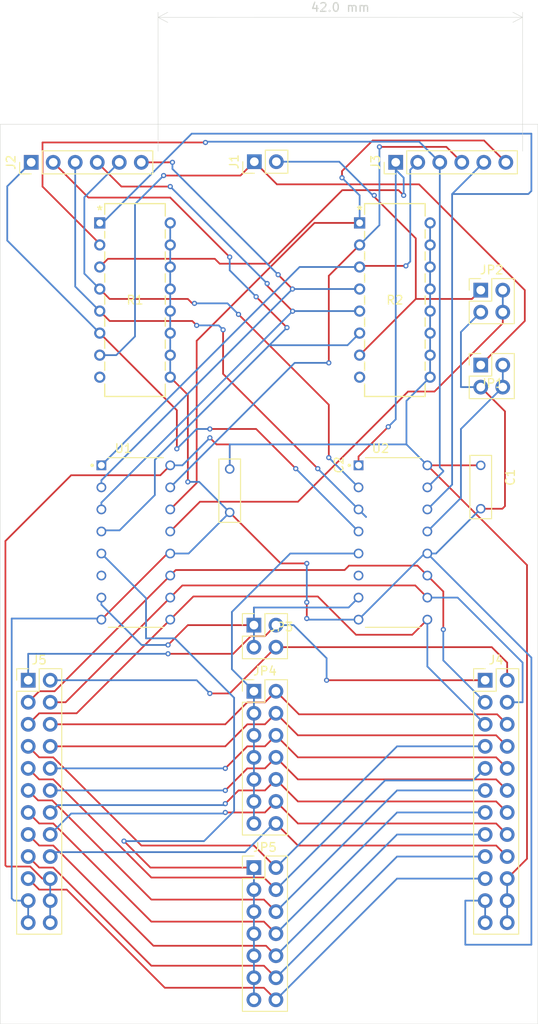
<source format=kicad_pcb>
(kicad_pcb (version 20240108) (generator "pcbnew") (generator_version "8.0")
  (title_block (date "2024-12-09") (rev "0"))
  (layers (0 "F.Cu" signal) (31 "B.Cu" signal) (34 "B.Paste" user) (35 "F.Paste" user) (36 "B.SilkS" user "B.Silkscreen") (37 "F.SilkS" user "F.Silkscreen") (38 "B.Mask" user) (39 "F.Mask" user) (44 "Edge.Cuts" user))
  (net 0 "")
  (net 1 "GND")
  (net 2 "VCC")
  (net 3 "Net-(J1-Pin_2)")
  (net 4 "Net-(J1-Pin_1)")
  (net 5 "Net-(J2-Pin_6)")
  (net 6 "Net-(J2-Pin_3)")
  (net 7 "Net-(J2-Pin_4)")
  (net 8 "Net-(J2-Pin_1)")
  (net 9 "Net-(J2-Pin_2)")
  (net 10 "Net-(J2-Pin_5)")
  (net 11 "Net-(J3-Pin_1)")
  (net 12 "Net-(J3-Pin_5)")
  (net 13 "Net-(J3-Pin_6)")
  (net 14 "Net-(J3-Pin_4)")
  (net 15 "Net-(J3-Pin_2)")
  (net 16 "Net-(J3-Pin_3)")
  (net 17 "Net-(J4-Pin_6)")
  (net 18 "Net-(J4-Pin_12)")
  (net 19 "Net-(J4-Pin_1)")
  (net 20 "Net-(J4-Pin_4)")
  (net 21 "Net-(J4-Pin_8)")
  (net 22 "Net-(J4-Pin_10)")
  (net 23 "Net-(J4-Pin_2)")
  (net 24 "Net-(J4-Pin_14)")
  (net 25 "Net-(J4-Pin_3)")
  (net 26 "Net-(J4-Pin_15)")
  (net 27 "Net-(J4-Pin_18)")
  (net 28 "Net-(J4-Pin_13)")
  (net 29 "Net-(J4-Pin_11)")
  (net 30 "Net-(J4-Pin_9)")
  (net 31 "Net-(J4-Pin_19)")
  (net 32 "Net-(J4-Pin_5)")
  (net 33 "Net-(J4-Pin_17)")
  (net 34 "Net-(J4-Pin_7)")
  (net 35 "Net-(J4-Pin_16)")
  (net 36 "Net-(JP2-Pin_2)")
  (net 37 "Net-(JP1-Pin_2)")
  (net 38 "Net-(JP3-Pin_1)")
  (net 39 "Net-(JP4-Pin_1)")
  (net 40 "Net-(JP5-Pin_1)")
  (footprint "Connector_PinHeader_2.54mm:PinHeader_2x12_P2.54mm_Vertical" (layer "F.Cu") (at 90.805 101.6)
    (property "Reference" "J5")
    (property "Value" "Conn_02x12_Odd_Even" (hide yes))
  )
  (footprint "Connector_PinHeader_2.54mm:PinHeader_1x06_P2.54mm_Vertical" (layer "F.Cu") (at 91.15 41.915 90)
    (property "Reference" "J2")
    (property "Value" "Conn_01x06_Socket" (hide yes))
  )
  (footprint "Connector_PinHeader_2.54mm:PinHeader_2x02_P2.54mm_Vertical" (layer "F.Cu") (at 143.002 56.642)
    (property "Reference" "JP2")
    (property "Value" "Conn_02x02_Odd_Even" (hide yes))
  )
  (footprint "Connector_PinHeader_2.54mm:PinHeader_2x07_P2.54mm_Vertical" (layer "F.Cu") (at 116.84 102.87)
    (property "Reference" "JP4")
    (property "Value" "Conn_02x07_Odd_Even" (hide yes))
  )
  (footprint "MountingHole:MountingHole_3.2mm_M3" (layer "F.Cu") (at 144.78 48.26)
    (property "Reference" "REF**" (hide yes))
    (property "Value" "MountingHole_3.2mm_M3" (hide yes))
  )
  (footprint "MountingHole:MountingHole_3.2mm_M3" (layer "F.Cu") (at 92.075 137.16)
    (property "Reference" "REF**" (hide yes))
    (property "Value" "MountingHole_3.2mm_M3" (hide yes))
  )
  (footprint "Connector_PinHeader_2.54mm:PinHeader_2x02_P2.54mm_Vertical" (layer "F.Cu") (at 116.84 95.25)
    (property "Reference" "JP3")
    (property "Value" "Conn_02x02_Odd_Even" (hide yes))
  )
  (footprint "Connector_PinHeader_2.54mm:PinHeader_2x02_P2.54mm_Vertical" (layer "F.Cu") (at 143.002 65.278)
    (property "Reference" "JP1")
    (property "Value" "Conn_02x02_Odd_Even" (hide yes))
  )
  (footprint "4116R_1_102LF:BO_4116R" (layer "F.Cu") (at 99.06 48.895)
    (property "Reference" "R1")
    (property "Value" "1 KOhm" (hide yes))
  )
  (footprint "B32529C0102K289:CAPRR500W50L730T250H650" (layer "F.Cu") (at 143.002 79.335 -90)
    (property "Reference" "C1")
    (property "Value" "C" (hide yes))
  )
  (footprint "Connector_PinHeader_2.54mm:PinHeader_1x06_P2.54mm_Vertical" (layer "F.Cu") (at 133.195 41.91 90)
    (property "Reference" "J3")
    (property "Value" "Conn_01x06_Socket" (hide yes))
  )
  (footprint "4116R_1_472LF:BO_4116R" (layer "F.Cu") (at 129.032 48.895)
    (property "Reference" "R2")
    (property "Value" "4.7 KOhm" (hide yes))
  )
  (footprint "MountingHole:MountingHole_3.2mm_M3" (layer "F.Cu") (at 92.075 48.26)
    (property "Reference" "REF**" (hide yes))
    (property "Value" "MountingHole_3.2mm_M3" (hide yes))
  )
  (footprint "Connector_PinHeader_2.54mm:PinHeader_1x02_P2.54mm_Vertical" (layer "F.Cu") (at 116.885 41.84 90)
    (property "Reference" "J1")
    (property "Value" "Conn_01x02_Socket" (hide yes))
  )
  (footprint "B32529C0102K289:CAPRR500W50L730T250H650" (layer "F.Cu") (at 114.046 79.756 -90)
    (property "Reference" "C2")
    (property "Value" "C" (hide yes))
  )
  (footprint "CD74HCT251E:DIP794W45P254L1969H508Q16" (layer "F.Cu") (at 103.218 85.725)
    (property "Reference" "U1")
    (property "Value" "CD74HCT251E" (hide yes))
  )
  (footprint "MountingHole:MountingHole_3.2mm_M3" (layer "F.Cu") (at 144.78 137.16)
    (property "Reference" "REF**" (hide yes))
    (property "Value" "MountingHole_3.2mm_M3" (hide yes))
  )
  (footprint "Connector_PinHeader_2.54mm:PinHeader_2x12_P2.54mm_Vertical" (layer "F.Cu") (at 143.51 101.6)
    (property "Reference" "J4")
    (property "Value" "Conn_02x12_Odd_Even" (hide yes))
  )
  (footprint "Connector_PinHeader_2.54mm:PinHeader_2x07_P2.54mm_Vertical" (layer "F.Cu") (at 116.84 123.19)
    (property "Reference" "JP5")
    (property "Value" "Conn_02x07_Odd_Even" (hide yes))
  )
  (footprint "CD74HCT251E:DIP794W45P254L1969H508Q16" (layer "F.Cu") (at 132.875 85.725)
    (property "Reference" "U2")
    (property "Value" "CD74HCT251E" (hide yes))
  )
  (gr_rect (start 87.578 37.527) (end 149.591 141.21) (stroke (width 0.05)) (fill none) (layer "Edge.Cuts"))
  (dimension (type aligned) (layer "Edge.Cuts") (pts (xy 105.784538 41.134) (xy 147.829538 41.129)) (height -15.92886) (gr_text "42.0 mm" (at 126.805007 24.05264 0.006813625787) (layer "Edge.Cuts") (effects (font (size 1 1) (thickness 0.15)))) (format (prefix "") (suffix "") (units 3) (units_format 1) (precision 1)) (style (thickness 0.05) (arrow_length 1.27) (text_position_mode 0) (extension_height 0.58642) (extension_offset 0.5) keep_text_aligned))
  (segment (start 122.936 94.488) (end 122.936 92.618) (width 0.2) (layer "F.Cu") (net 1))
  (segment (start 145.796 81.534) (end 145.796 70.612) (width 0.2) (layer "F.Cu") (net 1))
  (segment (start 143.002 81.835) (end 145.495 81.835) (width 0.2) (layer "F.Cu") (net 1))
  (segment (start 145.796 70.612) (end 143.002 67.818) (width 0.2) (layer "F.Cu") (net 1))
  (segment (start 122.936 88.138) (end 119.928 88.138) (width 0.2) (layer "F.Cu") (net 1))
  (segment (start 145.495 81.835) (end 145.796 81.534) (width 0.2) (layer "F.Cu") (net 1))
  (segment (start 106.868 86.995) (end 107.188 86.995) (width 0.2) (layer "F.Cu") (net 1))
  (segment (start 109.22 68.707) (end 107.188 66.675) (width 0.2) (layer "F.Cu") (net 1))
  (segment (start 99.248 94.615) (end 106.868 86.995) (width 0.2) (layer "F.Cu") (net 1))
  (segment (start 119.928 88.138) (end 114.046 82.256) (width 0.2) (layer "F.Cu") (net 1))
  (segment (start 109.22 78.74) (end 109.22 68.707) (width 0.2) (layer "F.Cu") (net 1))
  (via (at 122.936 92.618) (size 0.6) (drill 0.3) (layers "F.Cu" "B.Cu") (net 1))
  (via (at 122.936 94.488) (size 0.6) (drill 0.3) (layers "F.Cu" "B.Cu") (net 1))
  (via (at 122.936 88.138) (size 0.6) (drill 0.3) (layers "F.Cu" "B.Cu") (net 1))
  (via (at 109.22 78.74) (size 0.6) (drill 0.3) (layers "F.Cu" "B.Cu") (net 1))
  (segment (start 110.53 78.74) (end 109.22 78.74) (width 0.2) (layer "B.Cu") (net 1))
  (segment (start 88.9 126.746) (end 88.9 94.488) (width 0.2) (layer "B.Cu") (net 1))
  (segment (start 140.716 67.818) (end 140.716 61.468) (width 0.2) (layer "B.Cu") (net 1))
  (segment (start 90.805 127) (end 89.154 127) (width 0.2) (layer "B.Cu") (net 1))
  (segment (start 109.307 86.995) (end 114.046 82.256) (width 0.2) (layer "B.Cu") (net 1))
  (segment (start 123.063 94.615) (end 122.936 94.488) (width 0.2) (layer "B.Cu") (net 1))
  (segment (start 141.224 127) (end 141.224 132.08) (width 0.2) (layer "B.Cu") (net 1))
  (segment (start 88.9 94.488) (end 99.121 94.488) (width 0.2) (layer "B.Cu") (net 1))
  (segment (start 107.188 66.675) (end 107.188 64.135) (width 0.2) (layer "B.Cu") (net 1))
  (segment (start 99.121 94.488) (end 99.248 94.615) (width 0.2) (layer "B.Cu") (net 1))
  (segment (start 143.002 67.818) (end 140.716 67.818) (width 0.2) (layer "B.Cu") (net 1))
  (segment (start 141.224 132.08) (end 148.844 132.08) (width 0.2) (layer "B.Cu") (net 1))
  (segment (start 107.188 59.055) (end 107.188 61.595) (width 0.2) (layer "B.Cu") (net 1))
  (segment (start 137.842 86.995) (end 143.002 81.835) (width 0.2) (layer "B.Cu") (net 1))
  (segment (start 136.845 86.995) (end 137.842 86.995) (width 0.2) (layer "B.Cu") (net 1))
  (segment (start 89.154 127) (end 88.9 126.746) (width 0.2) (layer "B.Cu") (net 1))
  (segment (start 114.046 82.256) (end 110.53 78.74) (width 0.2) (layer "B.Cu") (net 1))
  (segment (start 148.844 98.994) (end 136.845 86.995) (width 0.2) (layer "B.Cu") (net 1))
  (segment (start 128.905 94.615) (end 123.063 94.615) (width 0.2) (layer "B.Cu") (net 1))
  (segment (start 128.905 94.615) (end 136.525 86.995) (width 0.2) (layer "B.Cu") (net 1))
  (segment (start 148.844 132.08) (end 148.844 98.994) (width 0.2) (layer "B.Cu") (net 1))
  (segment (start 107.188 51.435) (end 107.188 48.895) (width 0.2) (layer "B.Cu") (net 1))
  (segment (start 107.188 56.515) (end 107.188 59.055) (width 0.2) (layer "B.Cu") (net 1))
  (segment (start 107.188 53.975) (end 107.188 51.435) (width 0.2) (layer "B.Cu") (net 1))
  (segment (start 122.936 92.618) (end 122.936 88.138) (width 0.2) (layer "B.Cu") (net 1))
  (segment (start 107.188 56.515) (end 107.188 53.975) (width 0.2) (layer "B.Cu") (net 1))
  (segment (start 107.188 86.995) (end 109.307 86.995) (width 0.2) (layer "B.Cu") (net 1))
  (segment (start 107.188 64.135) (end 107.188 61.595) (width 0.2) (layer "B.Cu") (net 1))
  (segment (start 136.525 86.995) (end 136.845 86.995) (width 0.2) (layer "B.Cu") (net 1))
  (segment (start 143.51 129.54) (end 143.51 127) (width 0.2) (layer "B.Cu") (net 1))
  (segment (start 90.805 129.54) (end 90.805 127) (width 0.2) (layer "B.Cu") (net 1))
  (segment (start 140.716 61.468) (end 143.002 59.182) (width 0.2) (layer "B.Cu") (net 1))
  (segment (start 143.51 127) (end 141.224 127) (width 0.2) (layer "B.Cu") (net 1))
  (segment (start 91.041346 123.07) (end 88.312 123.07) (width 0.2) (layer "F.Cu") (net 2))
  (segment (start 136.845 76.835) (end 143.002 76.835) (width 0.2) (layer "F.Cu") (net 2))
  (segment (start 148.336 122.174) (end 148.336 88.326) (width 0.2) (layer "F.Cu") (net 2))
  (segment (start 114.046 74.422) (end 114.046 77.256) (width 0.2) (layer "F.Cu") (net 2))
  (segment (start 88.178 122.936) (end 88.178 85.558) (width 0.2) (layer "F.Cu") (net 2))
  (segment (start 146.05 124.46) (end 148.336 122.174) (width 0.2) (layer "F.Cu") (net 2))
  (segment (start 95.758 77.978) (end 106.045 77.978) (width 0.2) (layer "F.Cu") (net 2))
  (segment (start 111.76 73.66) (end 112.522 74.422) (width 0.2) (layer "F.Cu") (net 2))
  (segment (start 148.336 88.326) (end 136.845 76.835) (width 0.2) (layer "F.Cu") (net 2))
  (segment (start 88.312 123.07) (end 88.178 122.936) (width 0.2) (layer "F.Cu") (net 2))
  (segment (start 88.178 85.558) (end 95.758 77.978) (width 0.2) (layer "F.Cu") (net 2))
  (segment (start 112.522 74.422) (end 114.046 74.422) (width 0.2) (layer "F.Cu") (net 2))
  (segment (start 92.431346 124.46) (end 91.041346 123.07) (width 0.2) (layer "F.Cu") (net 2))
  (segment (start 93.345 124.46) (end 92.431346 124.46) (width 0.2) (layer "F.Cu") (net 2))
  (segment (start 106.045 77.978) (end 107.188 76.835) (width 0.2) (layer "F.Cu") (net 2))
  (via (at 111.76 73.66) (size 0.6) (drill 0.3) (layers "F.Cu" "B.Cu") (net 2))
  (segment (start 93.345 129.54) (end 93.345 127) (width 0.2) (layer "B.Cu") (net 2))
  (segment (start 137.16 66.675) (end 137.16 64.135) (width 0.2) (layer "B.Cu") (net 2))
  (segment (start 114.046 77.256) (end 114.046 74.422) (width 0.2) (layer "B.Cu") (net 2))
  (segment (start 134.432 74.422) (end 136.845 76.835) (width 0.2) (layer "B.Cu") (net 2))
  (segment (start 146.05 129.54) (end 146.05 127) (width 0.2) (layer "B.Cu") (net 2))
  (segment (start 137.16 53.975) (end 137.16 51.435) (width 0.2) (layer "B.Cu") (net 2))
  (segment (start 137.16 51.435) (end 137.16 48.895) (width 0.2) (layer "B.Cu") (net 2))
  (segment (start 107.188 76.835) (end 108.585 76.835) (width 0.2) (layer "B.Cu") (net 2))
  (segment (start 134.432 74.422) (end 134.432 69.403) (width 0.2) (layer "B.Cu") (net 2))
  (segment (start 137.16 61.595) (end 137.16 59.055) (width 0.2) (layer "B.Cu") (net 2))
  (segment (start 93.345 127) (end 93.345 124.46) (width 0.2) (layer "B.Cu") (net 2))
  (segment (start 137.16 59.055) (end 137.16 56.515) (width 0.2) (layer "B.Cu") (net 2))
  (segment (start 134.432 69.403) (end 137.16 66.675) (width 0.2) (layer "B.Cu") (net 2))
  (segment (start 108.585 76.835) (end 111.76 73.66) (width 0.2) (layer "B.Cu") (net 2))
  (segment (start 137.16 64.135) (end 137.16 61.595) (width 0.2) (layer "B.Cu") (net 2))
  (segment (start 146.05 127) (end 146.05 124.46) (width 0.2) (layer "B.Cu") (net 2))
  (segment (start 114.046 74.422) (end 134.432 74.422) (width 0.2) (layer "B.Cu") (net 2))
  (segment (start 137.16 56.515) (end 137.16 53.975) (width 0.2) (layer "B.Cu") (net 2))
  (segment (start 130.718 45.882) (end 135.509 50.673) (width 0.2) (layer "F.Cu") (net 3))
  (segment (start 135.509 57.658) (end 129.032 64.135) (width 0.2) (layer "F.Cu") (net 3))
  (segment (start 141.986 57.658) (end 135.509 57.658) (width 0.2) (layer "F.Cu") (net 3))
  (segment (start 130.718 45.72) (end 130.718 45.882) (width 0.2) (layer "F.Cu") (net 3))
  (segment (start 135.509 50.673) (end 135.509 57.658) (width 0.2) (layer "F.Cu") (net 3))
  (segment (start 143.002 56.642) (end 141.986 57.658) (width 0.2) (layer "F.Cu") (net 3))
  (via (at 130.718 45.72) (size 0.6) (drill 0.3) (layers "F.Cu" "B.Cu") (net 3))
  (segment (start 126.676 41.84) (end 119.425 41.84) (width 0.2) (layer "B.Cu") (net 3))
  (segment (start 130.556 45.72) (end 126.676 41.84) (width 0.2) (layer "B.Cu") (net 3))
  (segment (start 130.718 45.72) (end 130.556 45.72) (width 0.2) (layer "B.Cu") (net 3))
  (segment (start 115.291 43.434) (end 116.885 41.84) (width 0.2) (layer "F.Cu") (net 4))
  (segment (start 119.495 44.45) (end 116.885 41.84) (width 0.2) (layer "F.Cu") (net 4))
  (segment (start 143.002 65.278) (end 148.082 60.198) (width 0.2) (layer "F.Cu") (net 4))
  (segment (start 135.89 44.45) (end 119.495 44.45) (width 0.2) (layer "F.Cu") (net 4))
  (segment (start 106.426 43.434) (end 115.291 43.434) (width 0.2) (layer "F.Cu") (net 4))
  (segment (start 148.082 56.642) (end 135.89 44.45) (width 0.2) (layer "F.Cu") (net 4))
  (segment (start 148.082 60.198) (end 148.082 56.642) (width 0.2) (layer "F.Cu") (net 4))
  (via (at 106.426 43.434) (size 0.6) (drill 0.3) (layers "F.Cu" "B.Cu") (net 4))
  (segment (start 100.965 64.135) (end 103.124 61.976) (width 0.2) (layer "B.Cu") (net 4))
  (segment (start 103.124 46.736) (end 106.426 43.434) (width 0.2) (layer "B.Cu") (net 4))
  (segment (start 103.124 61.976) (end 103.124 46.736) (width 0.2) (layer "B.Cu") (net 4))
  (segment (start 99.06 64.135) (end 100.965 64.135) (width 0.2) (layer "B.Cu") (net 4))
  (segment (start 106.934 41.91) (end 106.929 41.915) (width 0.2) (layer "F.Cu") (net 5))
  (segment (start 107.442 41.91) (end 106.934 41.91) (width 0.2) (layer "F.Cu") (net 5))
  (segment (start 106.929 41.915) (end 103.85 41.915) (width 0.2) (layer "F.Cu") (net 5))
  (segment (start 121.285 56.515) (end 119.634 54.864) (width 0.2) (layer "F.Cu") (net 5))
  (via (at 121.285 56.515) (size 0.6) (drill 0.3) (layers "F.Cu" "B.Cu") (net 5))
  (via (at 119.634 54.864) (size 0.6) (drill 0.3) (layers "F.Cu" "B.Cu") (net 5))
  (via (at 107.442 41.91) (size 0.6) (drill 0.3) (layers "F.Cu" "B.Cu") (net 5))
  (segment (start 119.634 54.864) (end 107.442 42.672) (width 0.2) (layer "B.Cu") (net 5))
  (segment (start 99.248 79.375) (end 99.248 78.552) (width 0.2) (layer "B.Cu") (net 5))
  (segment (start 107.442 42.672) (end 107.442 41.91) (width 0.2) (layer "B.Cu") (net 5))
  (segment (start 99.248 78.552) (end 121.285 56.515) (width 0.2) (layer "B.Cu") (net 5))
  (segment (start 121.285 56.515) (end 129.032 56.515) (width 0.2) (layer "B.Cu") (net 5))
  (segment (start 124.206 77.216) (end 113.284 66.294) (width 0.2) (layer "F.Cu") (net 6))
  (segment (start 100.203 60.198) (end 99.06 59.055) (width 0.2) (layer "F.Cu") (net 6))
  (segment (start 113.284 66.294) (end 113.284 61.214) (width 0.2) (layer "F.Cu") (net 6))
  (segment (start 110.236 60.706) (end 109.728 60.198) (width 0.2) (layer "F.Cu") (net 6))
  (segment (start 109.728 60.198) (end 100.203 60.198) (width 0.2) (layer "F.Cu") (net 6))
  (via (at 110.236 60.706) (size 0.6) (drill 0.3) (layers "F.Cu" "B.Cu") (net 6))
  (via (at 124.206 77.216) (size 0.6) (drill 0.3) (layers "F.Cu" "B.Cu") (net 6))
  (via (at 113.284 61.214) (size 0.6) (drill 0.3) (layers "F.Cu" "B.Cu") (net 6))
  (segment (start 112.776 60.706) (end 110.236 60.706) (width 0.2) (layer "B.Cu") (net 6))
  (segment (start 96.23 56.225) (end 99.06 59.055) (width 0.2) (layer "B.Cu") (net 6))
  (segment (start 128.905 81.915) (end 129.77 82.78) (width 0.2) (layer "B.Cu") (net 6))
  (segment (start 113.284 61.214) (end 112.776 60.706) (width 0.2) (layer "B.Cu") (net 6))
  (segment (start 96.23 41.915) (end 96.23 56.225) (width 0.2) (layer "B.Cu") (net 6))
  (segment (start 129.77 82.78) (end 124.206 77.216) (width 0.2) (layer "B.Cu") (net 6))
  (segment (start 101.559 44.704) (end 98.77 41.915) (width 0.2) (layer "F.Cu") (net 7))
  (segment (start 107.188 44.704) (end 101.559 44.704) (width 0.2) (layer "F.Cu") (net 7))
  (segment (start 118.364 56.134) (end 118.364 55.88) (width 0.2) (layer "F.Cu") (net 7))
  (segment (start 121.30025 59.07025) (end 118.364 56.134) (width 0.2) (layer "F.Cu") (net 7))
  (via (at 107.188 44.704) (size 0.6) (drill 0.3) (layers "F.Cu" "B.Cu") (net 7))
  (via (at 118.364 55.88) (size 0.6) (drill 0.3) (layers "F.Cu" "B.Cu") (net 7))
  (via (at 121.30025 59.07025) (size 0.6) (drill 0.3) (layers "F.Cu" "B.Cu") (net 7))
  (segment (start 99.248 81.1225) (end 121.30025 59.07025) (width 0.2) (layer "B.Cu") (net 7))
  (segment (start 121.30025 59.07025) (end 121.3155 59.055) (width 0.2) (layer "B.Cu") (net 7))
  (segment (start 121.3155 59.055) (end 129.032 59.055) (width 0.2) (layer "B.Cu") (net 7))
  (segment (start 118.364 55.88) (end 107.188 44.704) (width 0.2) (layer "B.Cu") (net 7))
  (segment (start 99.248 81.915) (end 99.248 81.1225) (width 0.2) (layer "B.Cu") (net 7))
  (segment (start 107.95 74.93) (end 107.95 70.485) (width 0.2) (layer "F.Cu") (net 8))
  (segment (start 107.95 70.485) (end 99.06 61.595) (width 0.2) (layer "F.Cu") (net 8))
  (segment (start 121.666 77.216) (end 117.094 72.644) (width 0.2) (layer "F.Cu") (net 8))
  (segment (start 117.094 72.644) (end 111.76 72.644) (width 0.2) (layer "F.Cu") (net 8))
  (via (at 121.666 77.216) (size 0.6) (drill 0.3) (layers "F.Cu" "B.Cu") (net 8))
  (via (at 107.95 74.93) (size 0.6) (drill 0.3) (layers "F.Cu" "B.Cu") (net 8))
  (via (at 111.76 72.644) (size 0.6) (drill 0.3) (layers "F.Cu" "B.Cu") (net 8))
  (segment (start 91.15 41.915) (end 88.392 44.673) (width 0.2) (layer "B.Cu") (net 8))
  (segment (start 110.236 72.644) (end 107.95 74.93) (width 0.2) (layer "B.Cu") (net 8))
  (segment (start 88.392 44.673) (end 88.392 50.927) (width 0.2) (layer "B.Cu") (net 8))
  (segment (start 128.905 84.455) (end 121.666 77.216) (width 0.2) (layer "B.Cu") (net 8))
  (segment (start 88.392 50.927) (end 99.06 61.595) (width 0.2) (layer "B.Cu") (net 8))
  (segment (start 111.76 72.644) (end 110.236 72.644) (width 0.2) (layer "B.Cu") (net 8))
  (segment (start 97.749 45.974) (end 93.69 41.915) (width 0.2) (layer "F.Cu") (net 9))
  (segment (start 117.094 57.404) (end 120.65 60.96) (width 0.2) (layer "F.Cu") (net 9))
  (segment (start 107.188 45.974) (end 97.749 45.974) (width 0.2) (layer "F.Cu") (net 9))
  (segment (start 114.046 52.832) (end 107.188 45.974) (width 0.2) (layer "F.Cu") (net 9))
  (via (at 120.65 60.96) (size 0.6) (drill 0.3) (layers "F.Cu" "B.Cu") (net 9))
  (via (at 117.094 57.404) (size 0.6) (drill 0.3) (layers "F.Cu" "B.Cu") (net 9))
  (via (at 114.046 52.832) (size 0.6) (drill 0.3) (layers "F.Cu" "B.Cu") (net 9))
  (segment (start 114.046 54.356) (end 117.094 57.404) (width 0.2) (layer "B.Cu") (net 9))
  (segment (start 120.65 60.96) (end 118.618 62.992) (width 0.2) (layer "B.Cu") (net 9))
  (segment (start 99.375 84.328) (end 101.346 84.328) (width 0.2) (layer "B.Cu") (net 9))
  (segment (start 105.41 80.264) (end 105.41 76.2) (width 0.2) (layer "B.Cu") (net 9))
  (segment (start 127.635 62.992) (end 129.032 61.595) (width 0.2) (layer "B.Cu") (net 9))
  (segment (start 101.346 84.328) (end 105.41 80.264) (width 0.2) (layer "B.Cu") (net 9))
  (segment (start 99.248 84.455) (end 99.375 84.328) (width 0.2) (layer "B.Cu") (net 9))
  (segment (start 118.618 62.992) (end 127.635 62.992) (width 0.2) (layer "B.Cu") (net 9))
  (segment (start 114.046 52.832) (end 114.046 54.356) (width 0.2) (layer "B.Cu") (net 9))
  (segment (start 105.41 76.2) (end 118.618 62.992) (width 0.2) (layer "B.Cu") (net 9))
  (segment (start 109.982 58.166) (end 109.728 58.166) (width 0.2) (layer "F.Cu") (net 10))
  (segment (start 100.203 57.658) (end 99.06 56.515) (width 0.2) (layer "F.Cu") (net 10))
  (segment (start 109.22 57.658) (end 100.203 57.658) (width 0.2) (layer "F.Cu") (net 10))
  (segment (start 109.728 58.166) (end 109.22 57.658) (width 0.2) (layer "F.Cu") (net 10))
  (segment (start 125.476 69.85) (end 115.062 59.436) (width 0.2) (layer "F.Cu") (net 10))
  (segment (start 125.476 75.946) (end 125.476 69.85) (width 0.2) (layer "F.Cu") (net 10))
  (via (at 109.982 58.166) (size 0.6) (drill 0.3) (layers "F.Cu" "B.Cu") (net 10))
  (via (at 125.476 75.946) (size 0.6) (drill 0.3) (layers "F.Cu" "B.Cu") (net 10))
  (via (at 115.062 59.436) (size 0.6) (drill 0.3) (layers "F.Cu" "B.Cu") (net 10))
  (segment (start 113.792 58.166) (end 109.982 58.166) (width 0.2) (layer "B.Cu") (net 10))
  (segment (start 128.905 79.375) (end 125.476 75.946) (width 0.2) (layer "B.Cu") (net 10))
  (segment (start 97.282 54.737) (end 97.282 45.943) (width 0.2) (layer "B.Cu") (net 10))
  (segment (start 97.282 45.943) (end 101.31 41.915) (width 0.2) (layer "B.Cu") (net 10))
  (segment (start 115.062 59.436) (end 113.792 58.166) (width 0.2) (layer "B.Cu") (net 10))
  (segment (start 99.06 56.515) (end 97.282 54.737) (width 0.2) (layer "B.Cu") (net 10))
  (segment (start 99.06 53.975) (end 100.0077 53.0273) (width 0.2) (layer "F.Cu") (net 11))
  (segment (start 100.0077 53.0273) (end 112.3267 53.0273) (width 0.2) (layer "F.Cu") (net 11))
  (segment (start 128.905 76.835) (end 128.905 75.819) (width 0.2) (layer "F.Cu") (net 11))
  (segment (start 118.560314 53.594) (end 127.034314 45.12) (width 0.2) (layer "F.Cu") (net 11))
  (segment (start 133.512 45.12) (end 134.112 45.72) (width 0.2) (layer "F.Cu") (net 11))
  (segment (start 127.034314 45.12) (end 133.512 45.12) (width 0.2) (layer "F.Cu") (net 11))
  (segment (start 112.8934 53.594) (end 118.560314 53.594) (width 0.2) (layer "F.Cu") (net 11))
  (segment (start 112.3267 53.0273) (end 112.8934 53.594) (width 0.2) (layer "F.Cu") (net 11))
  (segment (start 128.905 75.819) (end 132.334 72.39) (width 0.2) (layer "F.Cu") (net 11))
  (via (at 132.334 72.39) (size 0.6) (drill 0.3) (layers "F.Cu" "B.Cu") (net 11))
  (via (at 134.112 45.72) (size 0.6) (drill 0.3) (layers "F.Cu" "B.Cu") (net 11))
  (segment (start 132.334 72.39) (end 133.195 71.529) (width 0.2) (layer "B.Cu") (net 11))
  (segment (start 133.195 71.529) (end 133.195 41.91) (width 0.2) (layer "B.Cu") (net 11))
  (segment (start 133.195 42.771) (end 133.195 41.91) (width 0.2) (layer "B.Cu") (net 11))
  (segment (start 134.112 43.688) (end 133.195 42.771) (width 0.2) (layer "B.Cu") (net 11))
  (segment (start 134.112 45.72) (end 134.112 43.688) (width 0.2) (layer "B.Cu") (net 11))
  (segment (start 139.7 45.565) (end 148.491 45.565) (width 0.2) (layer "B.Cu") (net 12))
  (segment (start 109.6645 38.608) (end 99.3775 48.895) (width 0.2) (layer "B.Cu") (net 12))
  (segment (start 139.7 79.06) (end 139.7 45.565) (width 0.2) (layer "B.Cu") (net 12))
  (segment (start 136.845 81.915) (end 139.7 79.06) (width 0.2) (layer "B.Cu") (net 12))
  (segment (start 148.844 38.608) (end 109.6645 38.608) (width 0.2) (layer "B.Cu") (net 12))
  (segment (start 148.844 45.212) (end 148.844 38.608) (width 0.2) (layer "B.Cu") (net 12))
  (segment (start 99.3775 48.895) (end 99.06 48.895) (width 0.2) (layer "B.Cu") (net 12))
  (segment (start 139.7 45.565) (end 143.355 41.91) (width 0.2) (layer "B.Cu") (net 12))
  (segment (start 148.491 45.565) (end 148.844 45.212) (width 0.2) (layer "B.Cu") (net 12))
  (segment (start 127 42.926) (end 130.529 39.397) (width 0.2) (layer "F.Cu") (net 13))
  (segment (start 107.188 81.915) (end 110.236 78.867) (width 0.2) (layer "F.Cu") (net 13))
  (segment (start 130.529 39.397) (end 143.382 39.397) (width 0.2) (layer "F.Cu") (net 13))
  (segment (start 127 43.688) (end 127 42.926) (width 0.2) (layer "F.Cu") (net 13))
  (segment (start 110.236 78.867) (end 110.236 62.484) (width 0.2) (layer "F.Cu") (net 13))
  (segment (start 143.382 39.397) (end 145.895 41.91) (width 0.2) (layer "F.Cu") (net 13))
  (segment (start 110.236 62.484) (end 123.825 48.895) (width 0.2) (layer "F.Cu") (net 13))
  (segment (start 123.825 48.895) (end 129.032 48.895) (width 0.2) (layer "F.Cu") (net 13))
  (via (at 127 43.688) (size 0.6) (drill 0.3) (layers "F.Cu" "B.Cu") (net 13))
  (segment (start 129.032 45.72) (end 127 43.688) (width 0.2) (layer "B.Cu") (net 13))
  (segment (start 129.032 48.895) (end 129.032 45.72) (width 0.2) (layer "B.Cu") (net 13))
  (segment (start 125.476 54.991) (end 129.032 51.435) (width 0.2) (layer "F.Cu") (net 14))
  (segment (start 139.037 40.132) (end 140.815 41.91) (width 0.2) (layer "F.Cu") (net 14))
  (segment (start 131.318 40.132) (end 139.037 40.132) (width 0.2) (layer "F.Cu") (net 14))
  (segment (start 125.476 65.024) (end 125.476 54.991) (width 0.2) (layer "F.Cu") (net 14))
  (via (at 131.318 40.132) (size 0.6) (drill 0.3) (layers "F.Cu" "B.Cu") (net 14))
  (via (at 125.476 65.024) (size 0.6) (drill 0.3) (layers "F.Cu" "B.Cu") (net 14))
  (segment (start 131.318 49.149) (end 131.318 40.132) (width 0.2) (layer "B.Cu") (net 14))
  (segment (start 107.188 79.375) (end 121.539 65.024) (width 0.2) (layer "B.Cu") (net 14))
  (segment (start 129.032 51.435) (end 131.318 49.149) (width 0.2) (layer "B.Cu") (net 14))
  (segment (start 121.539 65.024) (end 125.476 65.024) (width 0.2) (layer "B.Cu") (net 14))
  (segment (start 129.159 53.848) (end 134.366 53.848) (width 0.2) (layer "F.Cu") (net 15))
  (via (at 134.366 53.848) (size 0.6) (drill 0.3) (layers "F.Cu" "B.Cu") (net 15))
  (segment (start 134.874 42.771) (end 135.735 41.91) (width 0.2) (layer "B.Cu") (net 15))
  (segment (start 134.874 53.34) (end 134.874 42.771) (width 0.2) (layer "B.Cu") (net 15))
  (segment (start 122.108 53.975) (end 129.032 53.975) (width 0.2) (layer "B.Cu") (net 15))
  (segment (start 99.248 76.835) (end 122.108 53.975) (width 0.2) (layer "B.Cu") (net 15))
  (segment (start 134.366 53.848) (end 134.874 53.34) (width 0.2) (layer "B.Cu") (net 15))
  (segment (start 92.456 39.624) (end 92.456 44.704) (width 0.2) (layer "F.Cu") (net 16))
  (segment (start 92.456 44.704) (end 99.06 51.308) (width 0.2) (layer "F.Cu") (net 16))
  (segment (start 99.06 51.308) (end 99.06 51.435) (width 0.2) (layer "F.Cu") (net 16))
  (segment (start 111.252 39.624) (end 92.456 39.624) (width 0.2) (layer "F.Cu") (net 16))
  (via (at 111.252 39.624) (size 0.6) (drill 0.3) (layers "F.Cu" "B.Cu") (net 16))
  (segment (start 138.684 77.536) (end 138.684 77.47) (width 0.2) (layer "B.Cu") (net 16))
  (segment (start 138.275 41.91) (end 135.897 39.532) (width 0.2) (layer "B.Cu") (net 16))
  (segment (start 136.845 79.375) (end 138.684 77.536) (width 0.2) (layer "B.Cu") (net 16))
  (segment (start 138.275 77.061) (end 138.275 41.91) (width 0.2) (layer "B.Cu") (net 16))
  (segment (start 111.344 39.532) (end 111.252 39.624) (width 0.2) (layer "B.Cu") (net 16))
  (segment (start 138.684 77.47) (end 138.275 77.061) (width 0.2) (layer "B.Cu") (net 16))
  (segment (start 135.897 39.532) (end 111.344 39.532) (width 0.2) (layer "B.Cu") (net 16))
  (segment (start 113.538 106.68) (end 116.078 104.14) (width 0.2) (layer "F.Cu") (net 17))
  (segment (start 113.538 106.68) (end 93.345 106.68) (width 0.2) (layer "F.Cu") (net 17))
  (segment (start 118.11 104.14) (end 119.38 102.87) (width 0.2) (layer "F.Cu") (net 17))
  (segment (start 119.38 102.87) (end 122.04 105.53) (width 0.2) (layer "F.Cu") (net 17))
  (segment (start 122.04 105.53) (end 144.9 105.53) (width 0.2) (layer "F.Cu") (net 17))
  (segment (start 116.078 104.14) (end 118.11 104.14) (width 0.2) (layer "F.Cu") (net 17))
  (segment (start 144.9 105.53) (end 146.05 106.68) (width 0.2) (layer "F.Cu") (net 17))
  (segment (start 119.38 110.49) (end 121.92 113.03) (width 0.2) (layer "F.Cu") (net 18))
  (segment (start 118.11 111.76) (end 119.38 110.49) (width 0.2) (layer "F.Cu") (net 18))
  (segment (start 144.78 113.03) (end 146.05 114.3) (width 0.2) (layer "F.Cu") (net 18))
  (segment (start 113.538 114.3) (end 116.078 111.76) (width 0.2) (layer "F.Cu") (net 18))
  (segment (start 121.92 113.03) (end 144.78 113.03) (width 0.2) (layer "F.Cu") (net 18))
  (segment (start 116.078 111.76) (end 118.11 111.76) (width 0.2) (layer "F.Cu") (net 18))
  (via (at 113.538 114.3) (size 0.6) (drill 0.3) (layers "F.Cu" "B.Cu") (net 18))
  (segment (start 93.345 114.3) (end 113.538 114.3) (width 0.2) (layer "B.Cu") (net 18))
  (segment (start 106.934 98.552) (end 114.451654 98.552) (width 0.2) (layer "F.Cu") (net 19))
  (segment (start 143.51 101.6) (end 125.222 101.6) (width 0.2) (layer "F.Cu") (net 19))
  (segment (start 114.451654 98.552) (end 116.483654 96.52) (width 0.2) (layer "F.Cu") (net 19))
  (segment (start 116.483654 96.52) (end 118.11 96.52) (width 0.2) (layer "F.Cu") (net 19))
  (segment (start 118.11 96.52) (end 119.38 95.25) (width 0.2) (layer "F.Cu") (net 19))
  (via (at 125.222 101.6) (size 0.6) (drill 0.3) (layers "F.Cu" "B.Cu") (net 19))
  (via (at 106.934 98.552) (size 0.6) (drill 0.3) (layers "F.Cu" "B.Cu") (net 19))
  (segment (start 125.222 99.06) (end 121.412 95.25) (width 0.2) (layer "B.Cu") (net 19))
  (segment (start 90.805 98.552) (end 106.934 98.552) (width 0.2) (layer "B.Cu") (net 19))
  (segment (start 121.412 95.25) (end 119.38 95.25) (width 0.2) (layer "B.Cu") (net 19))
  (segment (start 90.805 101.6) (end 90.805 98.552) (width 0.2) (layer "B.Cu") (net 19))
  (segment (start 125.222 101.6) (end 125.222 99.06) (width 0.2) (layer "B.Cu") (net 19))
  (segment (start 107.188 92.075) (end 108.585 90.678) (width 0.2) (layer "F.Cu") (net 20))
  (segment (start 108.585 90.678) (end 135.448 90.678) (width 0.2) (layer "F.Cu") (net 20))
  (segment (start 135.448 90.678) (end 136.845 92.075) (width 0.2) (layer "F.Cu") (net 20))
  (segment (start 95.123 104.14) (end 107.188 92.075) (width 0.2) (layer "F.Cu") (net 20))
  (segment (start 93.345 104.14) (end 95.123 104.14) (width 0.2) (layer "F.Cu") (net 20))
  (segment (start 147.828 99.568) (end 140.335 92.075) (width 0.2) (layer "B.Cu") (net 20))
  (segment (start 146.05 104.14) (end 147.828 104.14) (width 0.2) (layer "B.Cu") (net 20))
  (segment (start 147.828 104.14) (end 147.828 99.568) (width 0.2) (layer "B.Cu") (net 20))
  (segment (start 140.335 92.075) (end 136.845 92.075) (width 0.2) (layer "B.Cu") (net 20))
  (segment (start 116.078 106.68) (end 118.11 106.68) (width 0.2) (layer "F.Cu") (net 21))
  (segment (start 113.538 109.22) (end 116.078 106.68) (width 0.2) (layer "F.Cu") (net 21))
  (segment (start 144.78 107.95) (end 146.05 109.22) (width 0.2) (layer "F.Cu") (net 21))
  (segment (start 113.538 109.22) (end 93.345 109.22) (width 0.2) (layer "F.Cu") (net 21))
  (segment (start 118.11 106.68) (end 119.38 105.41) (width 0.2) (layer "F.Cu") (net 21))
  (segment (start 119.38 105.41) (end 121.92 107.95) (width 0.2) (layer "F.Cu") (net 21))
  (segment (start 121.92 107.95) (end 144.78 107.95) (width 0.2) (layer "F.Cu") (net 21))
  (segment (start 116.078 109.22) (end 118.11 109.22) (width 0.2) (layer "F.Cu") (net 22))
  (segment (start 119.38 107.95) (end 121.92 110.49) (width 0.2) (layer "F.Cu") (net 22))
  (segment (start 113.538 111.76) (end 116.078 109.22) (width 0.2) (layer "F.Cu") (net 22))
  (segment (start 121.92 110.49) (end 144.78 110.49) (width 0.2) (layer "F.Cu") (net 22))
  (segment (start 118.11 109.22) (end 119.38 107.95) (width 0.2) (layer "F.Cu") (net 22))
  (segment (start 144.78 110.49) (end 146.05 111.76) (width 0.2) (layer "F.Cu") (net 22))
  (via (at 113.538 111.76) (size 0.6) (drill 0.3) (layers "F.Cu" "B.Cu") (net 22))
  (segment (start 93.345 111.76) (end 113.538 111.76) (width 0.2) (layer "B.Cu") (net 22))
  (segment (start 146.05 101.6) (end 146.05 99.568) (width 0.2) (layer "F.Cu") (net 23))
  (segment (start 146.05 99.568) (end 144.272 97.79) (width 0.2) (layer "F.Cu") (net 23))
  (segment (start 114.046 103.124) (end 119.38 97.79) (width 0.2) (layer "F.Cu") (net 23))
  (segment (start 144.272 97.79) (end 119.38 97.79) (width 0.2) (layer "F.Cu") (net 23))
  (segment (start 111.76 103.124) (end 114.046 103.124) (width 0.2) (layer "F.Cu") (net 23))
  (via (at 111.76 103.124) (size 0.6) (drill 0.3) (layers "F.Cu" "B.Cu") (net 23))
  (segment (start 93.345 101.6) (end 110.236 101.6) (width 0.2) (layer "B.Cu") (net 23))
  (segment (start 110.236 101.6) (end 111.76 103.124) (width 0.2) (layer "B.Cu") (net 23))
  (segment (start 146.05 101.6) (end 146.05 101.346) (width 0.2) (layer "B.Cu") (net 23))
  (segment (start 144.78 115.57) (end 146.05 116.84) (width 0.2) (layer "F.Cu") (net 24))
  (segment (start 118.11 114.3) (end 119.38 113.03) (width 0.2) (layer "F.Cu") (net 24))
  (segment (start 119.38 113.03) (end 121.92 115.57) (width 0.2) (layer "F.Cu") (net 24))
  (segment (start 113.538 115.824) (end 115.062 114.3) (width 0.2) (layer "F.Cu") (net 24))
  (segment (start 115.062 114.3) (end 118.11 114.3) (width 0.2) (layer "F.Cu") (net 24))
  (segment (start 121.92 115.57) (end 144.78 115.57) (width 0.2) (layer "F.Cu") (net 24))
  (via (at 113.538 115.824) (size 0.6) (drill 0.3) (layers "F.Cu" "B.Cu") (net 24))
  (segment (start 93.345 116.84) (end 94.195 115.99) (width 0.2) (layer "B.Cu") (net 24))
  (segment (start 94.195 115.99) (end 113.372 115.99) (width 0.2) (layer "B.Cu") (net 24))
  (segment (start 113.372 115.99) (end 113.538 115.824) (width 0.2) (layer "B.Cu") (net 24))
  (segment (start 107.188 89.535) (end 107.823 88.9) (width 0.2) (layer "F.Cu") (net 25))
  (segment (start 90.805 104.14) (end 92.075 102.87) (width 0.2) (layer "F.Cu") (net 25))
  (segment (start 135.702 88.392) (end 136.845 89.535) (width 0.2) (layer "F.Cu") (net 25))
  (segment (start 107.823 88.9) (end 127.302 88.9) (width 0.2) (layer "F.Cu") (net 25))
  (segment (start 138.684 91.374) (end 136.845 89.535) (width 0.2) (layer "F.Cu") (net 25))
  (segment (start 92.075 102.87) (end 93.853 102.87) (width 0.2) (layer "F.Cu") (net 25))
  (segment (start 93.853 102.87) (end 107.188 89.535) (width 0.2) (layer "F.Cu") (net 25))
  (segment (start 127.81 88.392) (end 135.702 88.392) (width 0.2) (layer "F.Cu") (net 25))
  (segment (start 138.684 95.758) (end 138.684 91.374) (width 0.2) (layer "F.Cu") (net 25))
  (segment (start 127.302 88.9) (end 127.81 88.392) (width 0.2) (layer "F.Cu") (net 25))
  (via (at 138.684 95.758) (size 0.6) (drill 0.3) (layers "F.Cu" "B.Cu") (net 25))
  (segment (start 143.51 104.14) (end 138.684 99.314) (width 0.2) (layer "B.Cu") (net 25))
  (segment (start 138.684 99.314) (end 138.684 95.758) (width 0.2) (layer "B.Cu") (net 25))
  (segment (start 118.23 132.2) (end 105.251346 132.2) (width 0.2) (layer "F.Cu") (net 26))
  (segment (start 93.701346 120.65) (end 92.075 120.65) (width 0.2) (layer "F.Cu") (net 26))
  (segment (start 119.38 133.35) (end 118.23 132.2) (width 0.2) (layer "F.Cu") (net 26))
  (segment (start 105.251346 132.2) (end 93.701346 120.65) (width 0.2) (layer "F.Cu") (net 26))
  (segment (start 92.075 120.65) (end 90.805 119.38) (width 0.2) (layer "F.Cu") (net 26))
  (segment (start 119.38 133.35) (end 133.35 119.38) (width 0.2) (layer "B.Cu") (net 26))
  (segment (start 133.35 119.38) (end 143.51 119.38) (width 0.2) (layer "B.Cu") (net 26))
  (segment (start 121.92 120.65) (end 144.78 120.65) (width 0.2) (layer "F.Cu") (net 27))
  (segment (start 144.78 120.65) (end 146.05 121.92) (width 0.2) (layer "F.Cu") (net 27))
  (segment (start 119.38 118.11) (end 121.92 120.65) (width 0.2) (layer "F.Cu") (net 27))
  (segment (start 93.345 121.92) (end 93.853 121.412) (width 0.2) (layer "B.Cu") (net 27))
  (segment (start 115.824 121.412) (end 119.126 118.11) (width 0.2) (layer "B.Cu") (net 27))
  (segment (start 119.126 118.11) (end 119.38 118.11) (width 0.2) (layer "B.Cu") (net 27))
  (segment (start 93.853 121.412) (end 115.824 121.412) (width 0.2) (layer "B.Cu") (net 27))
  (segment (start 93.701346 118.11) (end 92.075 118.11) (width 0.2) (layer "F.Cu") (net 28))
  (segment (start 105.011346 129.42) (end 93.701346 118.11) (width 0.2) (layer "F.Cu") (net 28))
  (segment (start 92.075 118.11) (end 90.805 116.84) (width 0.2) (layer "F.Cu") (net 28))
  (segment (start 117.99 129.42) (end 105.011346 129.42) (width 0.2) (layer "F.Cu") (net 28))
  (segment (start 119.38 130.81) (end 117.99 129.42) (width 0.2) (layer "F.Cu") (net 28))
  (segment (start 133.35 116.84) (end 143.51 116.84) (width 0.2) (layer "B.Cu") (net 28))
  (segment (start 119.38 130.81) (end 133.35 116.84) (width 0.2) (layer "B.Cu") (net 28))
  (segment (start 117.99 126.88) (end 105.011346 126.88) (width 0.2) (layer "F.Cu") (net 29))
  (segment (start 119.38 128.27) (end 117.99 126.88) (width 0.2) (layer "F.Cu") (net 29))
  (segment (start 93.581346 115.45) (end 91.955 115.45) (width 0.2) (layer "F.Cu") (net 29))
  (segment (start 91.955 115.45) (end 90.805 114.3) (width 0.2) (layer "F.Cu") (net 29))
  (segment (start 105.011346 126.88) (end 93.581346 115.45) (width 0.2) (layer "F.Cu") (net 29))
  (segment (start 119.38 128.27) (end 133.35 114.3) (width 0.2) (layer "B.Cu") (net 29))
  (segment (start 133.35 114.3) (end 143.51 114.3) (width 0.2) (layer "B.Cu") (net 29))
  (segment (start 105.011346 124.34) (end 93.701346 113.03) (width 0.2) (layer "F.Cu") (net 30))
  (segment (start 117.99 124.34) (end 105.011346 124.34) (width 0.2) (layer "F.Cu") (net 30))
  (segment (start 119.38 125.73) (end 117.99 124.34) (width 0.2) (layer "F.Cu") (net 30))
  (segment (start 92.075 113.03) (end 90.805 111.76) (width 0.2) (layer "F.Cu") (net 30))
  (segment (start 93.701346 113.03) (end 92.075 113.03) (width 0.2) (layer "F.Cu") (net 30))
  (segment (start 131.96 113.15) (end 142.12 113.15) (width 0.2) (layer "B.Cu") (net 30))
  (segment (start 142.12 113.15) (end 143.51 111.76) (width 0.2) (layer "B.Cu") (net 30))
  (segment (start 119.38 125.73) (end 131.96 113.15) (width 0.2) (layer "B.Cu") (net 30))
  (segment (start 119.38 138.43) (end 117.99 137.04) (width 0.2) (layer "F.Cu") (net 31))
  (segment (start 92.075 125.73) (end 90.805 124.46) (width 0.2) (layer "F.Cu") (net 31))
  (segment (start 117.99 137.04) (end 106.56 137.04) (width 0.2) (layer "F.Cu") (net 31))
  (segment (start 106.56 137.04) (end 95.25 125.73) (width 0.2) (layer "F.Cu") (net 31))
  (segment (start 95.25 125.73) (end 92.075 125.73) (width 0.2) (layer "F.Cu") (net 31))
  (segment (start 133.35 124.46) (end 143.51 124.46) (width 0.2) (layer "B.Cu") (net 31))
  (segment (start 119.38 138.43) (end 133.35 124.46) (width 0.2) (layer "B.Cu") (net 31))
  (segment (start 128.616 96.358) (end 135.102 96.358) (width 0.2) (layer "F.Cu") (net 32))
  (segment (start 90.805 106.68) (end 92.075 105.41) (width 0.2) (layer "F.Cu") (net 32))
  (segment (start 124.206 91.948) (end 128.616 96.358) (width 0.2) (layer "F.Cu") (net 32))
  (segment (start 107.188 94.615) (end 109.855 91.948) (width 0.2) (layer "F.Cu") (net 32))
  (segment (start 109.855 91.948) (end 124.206 91.948) (width 0.2) (layer "F.Cu") (net 32))
  (segment (start 96.393 105.41) (end 107.188 94.615) (width 0.2) (layer "F.Cu") (net 32))
  (segment (start 135.102 96.358) (end 136.845 94.615) (width 0.2) (layer "F.Cu") (net 32))
  (segment (start 92.075 105.41) (end 96.393 105.41) (width 0.2) (layer "F.Cu") (net 32))
  (segment (start 143.51 106.68) (end 136.845 100.015) (width 0.2) (layer "B.Cu") (net 32))
  (segment (start 136.845 100.015) (end 136.845 94.615) (width 0.2) (layer "B.Cu") (net 32))
  (segment (start 119.38 135.89) (end 117.99 134.5) (width 0.2) (layer "F.Cu") (net 33))
  (segment (start 92.075 123.19) (end 90.805 121.92) (width 0.2) (layer "F.Cu") (net 33))
  (segment (start 93.701346 123.19) (end 92.075 123.19) (width 0.2) (layer "F.Cu") (net 33))
  (segment (start 105.011346 134.5) (end 93.701346 123.19) (width 0.2) (layer "F.Cu") (net 33))
  (segment (start 117.99 134.5) (end 105.011346 134.5) (width 0.2) (layer "F.Cu") (net 33))
  (segment (start 133.35 121.92) (end 143.51 121.92) (width 0.2) (layer "B.Cu") (net 33))
  (segment (start 119.38 135.89) (end 133.35 121.92) (width 0.2) (layer "B.Cu") (net 33))
  (segment (start 119.38 123.19) (end 116.84 120.65) (width 0.2) (layer "F.Cu") (net 34))
  (segment (start 116.84 120.65) (end 103.861346 120.65) (width 0.2) (layer "F.Cu") (net 34))
  (segment (start 93.701346 110.49) (end 92.075 110.49) (width 0.2) (layer "F.Cu") (net 34))
  (segment (start 103.861346 120.65) (end 93.701346 110.49) (width 0.2) (layer "F.Cu") (net 34))
  (segment (start 92.075 110.49) (end 90.805 109.22) (width 0.2) (layer "F.Cu") (net 34))
  (segment (start 133.35 109.22) (end 143.51 109.22) (width 0.2) (layer "B.Cu") (net 34))
  (segment (start 119.38 123.19) (end 133.35 109.22) (width 0.2) (layer "B.Cu") (net 34))
  (segment (start 144.78 118.11) (end 146.05 119.38) (width 0.2) (layer "F.Cu") (net 35))
  (segment (start 113.538 116.84) (end 118.11 116.84) (width 0.2) (layer "F.Cu") (net 35))
  (segment (start 119.38 115.57) (end 121.92 118.11) (width 0.2) (layer "F.Cu") (net 35))
  (segment (start 118.11 116.84) (end 119.38 115.57) (width 0.2) (layer "F.Cu") (net 35))
  (segment (start 121.92 118.11) (end 144.78 118.11) (width 0.2) (layer "F.Cu") (net 35))
  (via (at 113.538 116.84) (size 0.6) (drill 0.3) (layers "F.Cu" "B.Cu") (net 35))
  (segment (start 93.345 119.38) (end 95.765 116.96) (width 0.2) (layer "B.Cu") (net 35))
  (segment (start 113.418 116.96) (end 113.538 116.84) (width 0.2) (layer "B.Cu") (net 35))
  (segment (start 95.765 116.96) (end 113.418 116.96) (width 0.2) (layer "B.Cu") (net 35))
  (segment (start 137.668 68.326) (end 145.542 60.452) (width 0.2) (layer "F.Cu") (net 36))
  (segment (start 110.617 81.026) (end 121.92 81.026) (width 0.2) (layer "F.Cu") (net 36))
  (segment (start 107.188 84.455) (end 110.617 81.026) (width 0.2) (layer "F.Cu") (net 36))
  (segment (start 121.92 81.026) (end 134.62 68.326) (width 0.2) (layer "F.Cu") (net 36))
  (segment (start 134.62 68.326) (end 137.668 68.326) (width 0.2) (layer "F.Cu") (net 36))
  (segment (start 145.542 60.452) (end 145.542 59.182) (width 0.2) (layer "F.Cu") (net 36))
  (segment (start 145.542 59.182) (end 145.542 56.642) (width 0.2) (layer "B.Cu") (net 36))
  (segment (start 136.845 84.455) (end 140.716 80.584) (width 0.2) (layer "B.Cu") (net 37))
  (segment (start 140.716 80.584) (end 140.716 72.644) (width 0.2) (layer "B.Cu") (net 37))
  (segment (start 140.716 72.644) (end 145.542 67.818) (width 0.2) (layer "B.Cu") (net 37))
  (segment (start 145.542 67.818) (end 145.542 65.278) (width 0.2) (layer "B.Cu") (net 37))
  (segment (start 116.84 95.25) (end 109.22 95.25) (width 0.2) (layer "F.Cu") (net 38))
  (segment (start 109.22 95.25) (end 106.934 97.536) (width 0.2) (layer "F.Cu") (net 38))
  (via (at 106.934 97.536) (size 0.6) (drill 0.3) (layers "F.Cu" "B.Cu") (net 38))
  (segment (start 116.84 95.25) (end 116.84 93.218) (width 0.2) (layer "B.Cu") (net 38))
  (segment (start 116.84 93.218) (end 127.762 93.218) (width 0.2) (layer "B.Cu") (net 38))
  (segment (start 127.762 93.218) (end 128.905 92.075) (width 0.2) (layer "B.Cu") (net 38))
  (segment (start 116.84 97.79) (end 116.84 95.25) (width 0.2) (layer "B.Cu") (net 38))
  (segment (start 99.248 92.898) (end 99.248 92.075) (width 0.2) (layer "B.Cu") (net 38))
  (segment (start 103.886 97.536) (end 99.248 92.898) (width 0.2) (layer "B.Cu") (net 38))
  (segment (start 106.934 97.536) (end 103.886 97.536) (width 0.2) (layer "B.Cu") (net 38))
  (segment (start 116.84 118.11) (end 116.84 115.57) (width 0.2) (layer "B.Cu") (net 39))
  (segment (start 116.84 107.95) (end 116.84 105.41) (width 0.2) (layer "B.Cu") (net 39))
  (segment (start 116.84 102.87) (end 114.3 100.33) (width 0.2) (layer "B.Cu") (net 39))
  (segment (start 116.84 105.41) (end 116.84 102.87) (width 0.2) (layer "B.Cu") (net 39))
  (segment (start 116.84 115.57) (end 116.84 113.03) (width 0.2) (layer "B.Cu") (net 39))
  (segment (start 121.031 86.995) (end 128.905 86.995) (width 0.2) (layer "B.Cu") (net 39))
  (segment (start 116.84 110.49) (end 116.84 107.95) (width 0.2) (layer "B.Cu") (net 39))
  (segment (start 114.3 100.33) (end 114.3 93.726) (width 0.2) (layer "B.Cu") (net 39))
  (segment (start 114.3 93.726) (end 121.031 86.995) (width 0.2) (layer "B.Cu") (net 39))
  (segment (start 116.84 113.03) (end 116.84 110.49) (width 0.2) (layer "B.Cu") (net 39))
  (segment (start 116.84 123.19) (end 104.902 123.19) (width 0.2) (layer "F.Cu") (net 40))
  (segment (start 104.902 123.19) (end 101.854 120.142) (width 0.2) (layer "F.Cu") (net 40))
  (via (at 101.854 120.142) (size 0.6) (drill 0.3) (layers "F.Cu" "B.Cu") (net 40))
  (segment (start 104.394 96.774) (end 104.394 92.141) (width 0.2) (layer "B.Cu") (net 40))
  (segment (start 101.854 120.142) (end 111.084529 120.142) (width 0.2) (layer "B.Cu") (net 40))
  (segment (start 116.84 133.35) (end 116.84 130.81) (width 0.2) (layer "B.Cu") (net 40))
  (segment (start 116.84 125.73) (end 116.84 123.19) (width 0.2) (layer "B.Cu") (net 40))
  (segment (start 111.084529 120.142) (end 114.554 116.672529) (width 0.2) (layer "B.Cu") (net 40))
  (segment (start 114.554 103.617705) (end 107.710295 96.774) (width 0.2) (layer "B.Cu") (net 40))
  (segment (start 116.84 128.27) (end 116.84 125.73) (width 0.2) (layer "B.Cu") (net 40))
  (segment (start 116.84 130.81) (end 116.84 128.27) (width 0.2) (layer "B.Cu") (net 40))
  (segment (start 104.394 92.141) (end 99.248 86.995) (width 0.2) (layer "B.Cu") (net 40))
  (segment (start 107.710295 96.774) (end 104.394 96.774) (width 0.2) (layer "B.Cu") (net 40))
  (segment (start 116.84 135.89) (end 116.84 133.35) (width 0.2) (layer "B.Cu") (net 40))
  (segment (start 116.84 138.43) (end 116.84 135.89) (width 0.2) (layer "B.Cu") (net 40))
  (segment (start 114.554 116.672529) (end 114.554 103.617705) (width 0.2) (layer "B.Cu") (net 40))
)
</source>
